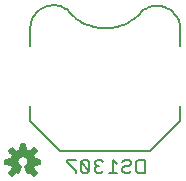
<source format=gbo>
G75*
%MOIN*%
%OFA0B0*%
%FSLAX24Y24*%
%IPPOS*%
%LPD*%
%AMOC8*
5,1,8,0,0,1.08239X$1,22.5*
%
%ADD10C,0.0080*%
%ADD11C,0.0059*%
D10*
X003008Y007790D02*
X003008Y007860D01*
X002728Y008140D01*
X002728Y008210D01*
X003008Y008210D01*
X003188Y008140D02*
X003468Y007860D01*
X003398Y007790D01*
X003258Y007790D01*
X003188Y007860D01*
X003188Y008140D01*
X003258Y008210D01*
X003398Y008210D01*
X003468Y008140D01*
X003468Y007860D01*
X003649Y007860D02*
X003719Y007790D01*
X003859Y007790D01*
X003929Y007860D01*
X004109Y007790D02*
X004389Y007790D01*
X004249Y007790D02*
X004249Y008210D01*
X004389Y008070D01*
X004569Y008140D02*
X004639Y008210D01*
X004780Y008210D01*
X004850Y008140D01*
X004850Y008070D01*
X004780Y008000D01*
X004639Y008000D01*
X004569Y007930D01*
X004569Y007860D01*
X004639Y007790D01*
X004780Y007790D01*
X004850Y007860D01*
X005030Y007860D02*
X005030Y008140D01*
X005100Y008210D01*
X005310Y008210D01*
X005310Y007790D01*
X005100Y007790D01*
X005030Y007860D01*
X003929Y008140D02*
X003859Y008210D01*
X003719Y008210D01*
X003649Y008140D01*
X003649Y008070D01*
X003719Y008000D01*
X003649Y007930D01*
X003649Y007860D01*
X003719Y008000D02*
X003789Y008000D01*
X002500Y008500D02*
X001500Y009500D01*
X001500Y010000D01*
X002500Y008500D02*
X005500Y008500D01*
X006500Y009500D01*
X006500Y010000D01*
X006500Y012000D02*
X006500Y012600D01*
X006499Y012600D02*
X006495Y012654D01*
X006487Y012708D01*
X006475Y012761D01*
X006459Y012814D01*
X006440Y012865D01*
X006417Y012915D01*
X006391Y012963D01*
X006362Y013009D01*
X006329Y013053D01*
X006294Y013094D01*
X006255Y013133D01*
X006214Y013170D01*
X006171Y013203D01*
X006126Y013233D01*
X006078Y013260D01*
X006029Y013284D01*
X005978Y013304D01*
X005926Y013321D01*
X005873Y013334D01*
X005819Y013343D01*
X005764Y013348D01*
X005710Y013350D01*
X005655Y013348D01*
X005601Y013342D01*
X005547Y013332D01*
X005494Y013319D01*
X005442Y013302D01*
X005391Y013281D01*
X005342Y013257D01*
X005295Y013230D01*
X005250Y013199D01*
X005250Y013200D02*
X005199Y013139D01*
X005144Y013081D01*
X005087Y013025D01*
X005027Y012973D01*
X004965Y012923D01*
X004900Y012877D01*
X004833Y012834D01*
X004764Y012794D01*
X004693Y012758D01*
X004621Y012725D01*
X004546Y012696D01*
X004471Y012671D01*
X004394Y012649D01*
X004317Y012632D01*
X004238Y012618D01*
X004159Y012608D01*
X004080Y012602D01*
X004000Y012600D01*
X003920Y012602D01*
X003841Y012608D01*
X003762Y012618D01*
X003683Y012632D01*
X003606Y012649D01*
X003529Y012671D01*
X003454Y012696D01*
X003379Y012725D01*
X003307Y012758D01*
X003236Y012794D01*
X003167Y012834D01*
X003100Y012877D01*
X003035Y012923D01*
X002973Y012973D01*
X002913Y013025D01*
X002856Y013081D01*
X002801Y013139D01*
X002750Y013200D01*
X002707Y013232D01*
X002662Y013261D01*
X002614Y013287D01*
X002565Y013310D01*
X002515Y013329D01*
X002463Y013344D01*
X002410Y013356D01*
X002357Y013364D01*
X002303Y013368D01*
X002249Y013369D01*
X002195Y013365D01*
X002141Y013358D01*
X002089Y013348D01*
X002037Y013333D01*
X001986Y013315D01*
X001936Y013293D01*
X001888Y013268D01*
X001842Y013240D01*
X001799Y013208D01*
X001757Y013174D01*
X001718Y013136D01*
X001682Y013096D01*
X001648Y013054D01*
X001618Y013009D01*
X001591Y012963D01*
X001567Y012914D01*
X001547Y012864D01*
X001530Y012813D01*
X001517Y012760D01*
X001508Y012707D01*
X001502Y012654D01*
X001500Y012600D01*
X001500Y012000D01*
D11*
X000785Y007786D02*
X000886Y007685D01*
X001035Y007806D01*
X001095Y007775D01*
X001179Y007979D01*
X001141Y008001D01*
X001109Y008031D01*
X001085Y008068D01*
X001070Y008110D01*
X001066Y008154D01*
X001072Y008198D01*
X001088Y008239D01*
X001114Y008275D01*
X001148Y008303D01*
X001187Y008323D01*
X001230Y008333D01*
X001274Y008333D01*
X001317Y008322D01*
X001356Y008301D01*
X001389Y008272D01*
X001414Y008235D01*
X001429Y008194D01*
X001435Y008150D01*
X001429Y008107D01*
X001414Y008066D01*
X001390Y008030D01*
X001358Y008001D01*
X001321Y007979D01*
X001405Y007775D01*
X001465Y007806D01*
X001614Y007685D01*
X001715Y007786D01*
X001594Y007935D01*
X001625Y007995D01*
X001646Y008059D01*
X001836Y008078D01*
X001836Y008222D01*
X001646Y008241D01*
X001625Y008305D01*
X001594Y008365D01*
X001715Y008514D01*
X001614Y008615D01*
X001465Y008494D01*
X001405Y008525D01*
X001341Y008546D01*
X001322Y008736D01*
X001178Y008736D01*
X001159Y008546D01*
X001095Y008525D01*
X001035Y008494D01*
X000886Y008615D01*
X000785Y008514D01*
X000906Y008365D01*
X000875Y008305D01*
X000854Y008241D01*
X000664Y008222D01*
X000664Y008078D01*
X000854Y008059D01*
X000875Y007995D01*
X000906Y007935D01*
X000785Y007786D01*
X000805Y007766D02*
X000986Y007766D01*
X000916Y007709D02*
X000862Y007709D01*
X000815Y007824D02*
X001115Y007824D01*
X001139Y007881D02*
X000862Y007881D01*
X000904Y007939D02*
X001163Y007939D01*
X001149Y007996D02*
X000874Y007996D01*
X000856Y008054D02*
X001094Y008054D01*
X001070Y008112D02*
X000664Y008112D01*
X000664Y008169D02*
X001068Y008169D01*
X001083Y008227D02*
X000710Y008227D01*
X000868Y008284D02*
X001125Y008284D01*
X000894Y008342D02*
X001606Y008342D01*
X001622Y008399D02*
X000878Y008399D01*
X000831Y008457D02*
X001669Y008457D01*
X001714Y008514D02*
X001490Y008514D01*
X001426Y008514D02*
X001074Y008514D01*
X001010Y008514D02*
X000786Y008514D01*
X000843Y008572D02*
X000940Y008572D01*
X001161Y008572D02*
X001339Y008572D01*
X001333Y008630D02*
X001167Y008630D01*
X001173Y008687D02*
X001327Y008687D01*
X001560Y008572D02*
X001657Y008572D01*
X001632Y008284D02*
X001375Y008284D01*
X001417Y008227D02*
X001790Y008227D01*
X001836Y008169D02*
X001432Y008169D01*
X001430Y008112D02*
X001836Y008112D01*
X001644Y008054D02*
X001406Y008054D01*
X001351Y007996D02*
X001626Y007996D01*
X001596Y007939D02*
X001337Y007939D01*
X001361Y007881D02*
X001638Y007881D01*
X001685Y007824D02*
X001385Y007824D01*
X001514Y007766D02*
X001695Y007766D01*
X001638Y007709D02*
X001584Y007709D01*
M02*

</source>
